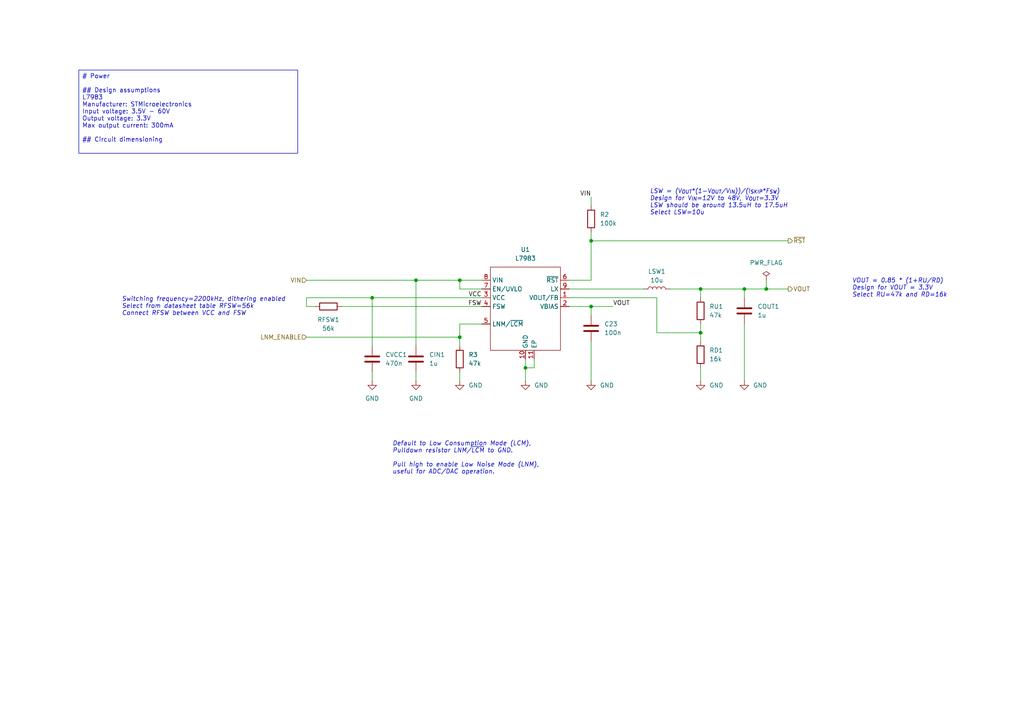
<source format=kicad_sch>
(kicad_sch (version 20231120) (generator "eeschema") (generator_version "8.0")
  (paper "A4")
  (lib_symbols
    (symbol "Device:C" (pin_numbers hide) (pin_names (offset 0.254))
      (property "Reference" "C" (at 0.635 2.54 0))
      (property "Value" "C" (at 0.635 -2.54 0))
      (symbol "C_0_1"
        (polyline (pts (xy -2.032 -0.762) (xy 2.032 -0.762)) (stroke (width 0.508)))
        (polyline (pts (xy -2.032 0.762) (xy 2.032 0.762)) (stroke (width 0.508)))
      )
      (symbol "C_1_1"
        (pin passive line (at 0 3.81 270) (length 2.794) (name "~") (number "1"))
        (pin passive line (at 0 -3.81 90) (length 2.794) (name "~") (number "2"))
      )
    )
    (symbol "Device:L" (pin_numbers hide) (pin_names (offset 1.016) hide)
      (property "Reference" "L" (at -1.27 0 90))
      (property "Value" "L" (at 1.905 0 90))
      (symbol "L_0_1"
        (arc (start 0 -2.54) (mid 0.6323 -1.905) (end 0 -1.27))
        (arc (start 0 -1.27) (mid 0.6323 -0.635) (end 0 0))
        (arc (start 0 0) (mid 0.6323 0.635) (end 0 1.27))
        (arc (start 0 1.27) (mid 0.6323 1.905) (end 0 2.54))
      )
      (symbol "L_1_1"
        (pin passive line (at 0 3.81 270) (length 1.27) (name "1") (number "1"))
        (pin passive line (at 0 -3.81 90) (length 1.27) (name "2") (number "2"))
      )
    )
    (symbol "Device:R" (pin_numbers hide) (pin_names (offset 0))
      (property "Reference" "R" (at 2.032 0 90))
      (property "Value" "R" (at 0 0 90))
      (symbol "R_0_1"
        (rectangle (start -1.016 -2.54) (end 1.016 2.54) (stroke (width 0.254)))
      )
      (symbol "R_1_1"
        (pin passive line (at 0 3.81 270) (length 1.27) (name "~") (number "1"))
        (pin passive line (at 0 -3.81 90) (length 1.27) (name "~") (number "2"))
      )
    )
    (symbol "cubesat_rp2040:L7983"
      (property "Reference" "U" (at 0 12.7 0))
      (symbol "L7983_0_0"
        (pin input line (at 12.7 2.54 180) (length 2.54) (name "VOUT/FB") (number "1"))
        (pin power_in line (at 0 -15.24 90) (length 2.54) (name "GND") (number "10"))
        (pin power_in line (at 12.7 0 180) (length 2.54) (name "VBIAS") (number "2"))
        (pin power_out line (at -12.7 2.54 0) (length 2.54) (name "VCC") (number "3"))
        (pin input line (at -12.7 0 0) (length 2.54) (name "FSW") (number "4"))
        (pin open_collector line (at 12.7 7.62 180) (length 2.54) (name "~{RST}") (number "6"))
        (pin power_in line (at -12.7 7.62 0) (length 2.54) (name "VIN") (number "8"))
        (pin power_out line (at 12.7 5.08 180) (length 2.54) (name "LX") (number "9"))
      )
      (symbol "L7983_0_1"
        (rectangle (start -10.16 11.43) (end 10.16 -12.7))
      )
      (symbol "L7983_1_0"
        (pin power_in line (at 2.54 -15.24 90) (length 2.54) (name "EP") (number "11"))
        (pin input line (at -12.7 -5.08 0) (length 2.54) (name "LNM/~{LCM}") (number "5"))
        (pin input line (at -12.7 5.08 0) (length 2.54) (name "EN/UVLO") (number "7"))
      )
    )
    (symbol "power:GND" (power) (pin_numbers hide) (pin_names (offset 0) hide)
      (property "Value" "GND" (at 0 -3.81 0))
      (symbol "GND_0_1"
        (polyline (pts (xy 0 0) (xy 0 -1.27) (xy 1.27 -1.27) (xy 0 -2.54) (xy -1.27 -1.27) (xy 0 -1.27)))
      )
      (symbol "GND_1_1"
        (pin power_in line (at 0 0 270) (length 0) (name "~") (number "1"))
      )
    )
    (symbol "power:PWR_FLAG" (power) (pin_numbers hide) (pin_names (offset 0) hide)
      (property "Value" "PWR_FLAG" (at 0 3.81 0))
      (symbol "PWR_FLAG_0_0"
        (pin power_out line (at 0 0 90) (length 0) (name "~") (number "1"))
      )
      (symbol "PWR_FLAG_0_1"
        (polyline (pts (xy 0 0) (xy 0 1.27) (xy -1.016 1.905) (xy 0 2.54) (xy 1.016 1.905) (xy 0 1.27)))
      )
    )
  )
  (junction (at 215.9 83.82))
  (junction (at 171.45 88.9))
  (junction (at 203.2 96.52))
  (junction (at 222.25 83.82))
  (junction (at 133.35 97.79))
  (junction (at 133.35 81.28))
  (junction (at 120.65 81.28))
  (junction (at 107.95 86.36))
  (junction (at 152.4 106.68))
  (junction (at 203.2 83.82))
  (junction (at 171.45 69.85))
  (wire (pts (xy 133.35 100.33) (xy 133.35 97.79)))
  (wire (pts (xy 171.45 88.9) (xy 177.8 88.9)))
  (wire (pts (xy 133.35 81.28) (xy 139.7 81.28)))
  (wire (pts (xy 203.2 106.68) (xy 203.2 110.49)))
  (wire (pts (xy 171.45 91.44) (xy 171.45 88.9)))
  (wire (pts (xy 107.95 86.36) (xy 107.95 100.33)))
  (wire (pts (xy 120.65 81.28) (xy 120.65 100.33)))
  (wire (pts (xy 107.95 86.36) (xy 139.7 86.36)))
  (wire (pts (xy 165.1 86.36) (xy 190.5 86.36)))
  (wire (pts (xy 120.65 107.95) (xy 120.65 110.49)))
  (wire (pts (xy 139.7 83.82) (xy 133.35 83.82)))
  (wire (pts (xy 203.2 99.06) (xy 203.2 96.52)))
  (wire (pts (xy 222.25 81.28) (xy 222.25 83.82)))
  (wire (pts (xy 88.9 88.9) (xy 91.44 88.9)))
  (wire (pts (xy 215.9 83.82) (xy 222.25 83.82)))
  (wire (pts (xy 154.94 106.68) (xy 152.4 106.68)))
  (wire (pts (xy 203.2 83.82) (xy 203.2 86.36)))
  (wire (pts (xy 88.9 86.36) (xy 107.95 86.36)))
  (wire (pts (xy 165.1 81.28) (xy 171.45 81.28)))
  (wire (pts (xy 171.45 69.85) (xy 171.45 81.28)))
  (wire (pts (xy 171.45 99.06) (xy 171.45 110.49)))
  (wire (pts (xy 120.65 81.28) (xy 133.35 81.28)))
  (wire (pts (xy 171.45 67.31) (xy 171.45 69.85)))
  (wire (pts (xy 133.35 93.98) (xy 139.7 93.98)))
  (wire (pts (xy 133.35 83.82) (xy 133.35 81.28)))
  (wire (pts (xy 88.9 81.28) (xy 120.65 81.28)))
  (wire (pts (xy 194.31 83.82) (xy 203.2 83.82)))
  (wire (pts (xy 228.6 69.85) (xy 171.45 69.85)))
  (wire (pts (xy 133.35 97.79) (xy 133.35 93.98)))
  (wire (pts (xy 203.2 83.82) (xy 215.9 83.82)))
  (wire (pts (xy 107.95 107.95) (xy 107.95 110.49)))
  (wire (pts (xy 152.4 106.68) (xy 152.4 110.49)))
  (wire (pts (xy 222.25 83.82) (xy 228.6 83.82)))
  (wire (pts (xy 154.94 104.14) (xy 154.94 106.68)))
  (wire (pts (xy 133.35 107.95) (xy 133.35 110.49)))
  (wire (pts (xy 139.7 88.9) (xy 99.06 88.9)))
  (wire (pts (xy 165.1 83.82) (xy 186.69 83.82)))
  (wire (pts (xy 215.9 83.82) (xy 215.9 86.36)))
  (wire (pts (xy 88.9 97.79) (xy 133.35 97.79)))
  (wire (pts (xy 203.2 96.52) (xy 203.2 93.98)))
  (wire (pts (xy 215.9 93.98) (xy 215.9 110.49)))
  (wire (pts (xy 165.1 88.9) (xy 171.45 88.9)))
  (wire (pts (xy 171.45 57.15) (xy 171.45 59.69)))
  (wire (pts (xy 88.9 88.9) (xy 88.9 86.36)))
  (wire (pts (xy 190.5 96.52) (xy 190.5 86.36)))
  (wire (pts (xy 190.5 96.52) (xy 203.2 96.52)))
  (wire (pts (xy 152.4 104.14) (xy 152.4 106.68)))
  (text_box "# Power\n\n## Design assumptions\nL7983\nManufacturer: STMicroelectronics\nInput voltage: 3.5V - 60V\nOutput voltage: 3.3V\nMax output current: 300mA\n\n## Circuit dimensioning\n\n\n\n\n\n\n\n" (exclude_from_sim yes) (at 22.86 20.32 0) (size 63.5 24.13) (effects (font (size 1.27 1.27)) (justify left top)))
  (text "Switching frequency=2200kHz, dithering enabled\nSelect from datasheet table RFSW=${8b4cc51d-f980-4fd6-b5b3-a3d6ff2a0396:VALUE}\nConnect RFSW between VCC and FSW" (at 35.306 88.9 0) (effects (font (size 1.27 1.27) (italic yes)) (justify left)))
  (text "VOUT = 0.85 * (1+RU/RD)\nDesign for VOUT = 3.3V\nSelect RU=${ac3b7b6c-0ba8-458c-b7a2-8973da524f00:VALUE} and RD=${5a5c522f-554e-45e0-81ce-7f0cdfb86b69:VALUE}" (at 247.142 83.566 0) (effects (font (size 1.27 1.27) (italic yes)) (justify left)))
  (text "Default to Low Consumption Mode (LCM),\nPulldown resistor LNM/~{LCM} to GND.\n\nPull high to enable Low Noise Mode (LNM), \nuseful for ADC/DAC operation." (at 113.792 132.842 0) (effects (font (size 1.27 1.27) (italic yes)) (justify left)))
  (text "LSW = (V_{OUT}*(1-V_{OUT}/V_{IN}))/(I_{SKIP}*F_{SW})\nDesign for V_{IN}=12V to 48V, V_{OUT}=3.3V\nLSW should be around 13.5uH to 17.5uH\nSelect LSW=${4d901b85-0fa5-4058-af92-b92026fe9135:VALUE}" (at 188.468 58.674 0) (effects (font (size 1.27 1.27) (italic yes)) (justify left)))
  (label "VIN" (at 171.45 57.15 180))
  (label "VOUT" (at 177.8 88.9 0))
  (label "VCC" (at 139.7 86.36 180))
  (label "FSW" (at 139.7 88.9 180))
  (hierarchical_label "LNM_ENABLE" (shape input) (at 88.9 97.79 180))
  (hierarchical_label "~{RST}" (shape output) (at 228.6 69.85 0))
  (hierarchical_label "VOUT" (shape output) (at 228.6 83.82 0))
  (hierarchical_label "VIN" (shape input) (at 88.9 81.28 180))
  (symbol (lib_id "power:PWR_FLAG") (at 222.25 81.28 0) (unit 1)
    (property "Reference" "#FLG03" (effects (hide yes)))
    (property "Value" "PWR_FLAG" (at 222.25 76.2 0))
    (property "Description" "Special symbol for telling ERC where power comes from" (effects (hide yes)))
  )
  (symbol (lib_id "cubesat_rp2040:L7983") (at 152.4 88.9 0) (unit 1)
    (property "Reference" "U1" (at 152.4 72.39 0))
    (property "Value" "L7983" (at 152.4 74.93 0))
    (property "Footprint" "cubesat_rp2040:DFN-10-1EP_3x3mm_P0.5mm_EP0.62x0.98mm_Offset0.15mm" (effects (hide yes)))
    (property "Datasheet" "https://www.st.com/resource/en/datasheet/l7983.pdf" (effects (hide yes)))
    (property "Description" "60 V 300 mA synchronous step-down switching regulator with 10 µA quiescent current" (effects (hide yes)))
  )
  (symbol (lib_id "power:GND") (at 171.45 110.49 0) (unit 1)
    (property "Reference" "#PWR036" (effects (hide yes)))
    (property "Value" "GND" (at 173.99 111.7599 0) (effects (justify left)))
    (property "Description" "Power symbol creates a global label with name \"GND\" , ground" (effects (hide yes)))
  )
  (symbol (lib_id "power:GND") (at 107.95 110.49 0) (unit 1)
    (property "Reference" "#PWR01" (effects (hide yes)))
    (property "Value" "GND" (at 107.95 115.57 0))
    (property "Description" "Power symbol creates a global label with name \"GND\" , ground" (effects (hide yes)))
  )
  (symbol (lib_id "Device:C") (at 171.45 95.25 0) (unit 1)
    (property "Reference" "C23" (at 175.26 93.9799 0) (effects (justify left)))
    (property "Value" "100n" (at 175.26 96.5199 0) (effects (justify left)))
    (property "Footprint" "Capacitor_SMD:C_0402_1005Metric" (effects (hide yes)))
    (property "Description" "Unpolarized capacitor" (effects (hide yes)))
  )
  (symbol (lib_id "Device:L") (at 190.5 83.82 90) (unit 1)
    (property "Reference" "LSW1" (at 190.5 78.74 90))
    (property "Value" "10u" (at 190.5 81.28 90))
    (property "Footprint" "Inductor_SMD:L_1210_3225Metric" (effects (hide yes)))
    (property "Description" "Inductor" (effects (hide yes)))
  )
  (symbol (lib_id "Device:R") (at 203.2 102.87 0) (unit 1)
    (property "Reference" "RD1" (at 205.74 101.5999 0) (effects (justify left)))
    (property "Value" "16k" (at 205.74 104.1399 0) (effects (justify left)))
    (property "Footprint" "Resistor_SMD:R_0402_1005Metric" (effects (hide yes)))
    (property "Description" "Resistor" (effects (hide yes)))
  )
  (symbol (lib_id "Device:R") (at 171.45 63.5 0) (unit 1)
    (property "Reference" "R2" (at 173.99 62.2299 0) (effects (justify left)))
    (property "Value" "100k" (at 173.99 64.7699 0) (effects (justify left)))
    (property "Footprint" "Resistor_SMD:R_0402_1005Metric" (effects (hide yes)))
    (property "Description" "Resistor" (effects (hide yes)))
  )
  (symbol (lib_id "Device:C") (at 215.9 90.17 0) (unit 1)
    (property "Reference" "COUT1" (at 219.71 88.8999 0) (effects (justify left)))
    (property "Value" "1u" (at 219.71 91.4399 0) (effects (justify left)))
    (property "Footprint" "Capacitor_SMD:C_0805_2012Metric" (effects (hide yes)))
    (property "Description" "Unpolarized capacitor" (effects (hide yes)))
  )
  (symbol (lib_id "Device:R") (at 133.35 104.14 0) (unit 1)
    (property "Reference" "R3" (at 135.89 102.8699 0) (effects (justify left)))
    (property "Value" "47k" (at 135.89 105.4099 0) (effects (justify left)))
    (property "Footprint" "Resistor_SMD:R_0402_1005Metric" (effects (hide yes)))
    (property "Description" "Resistor" (effects (hide yes)))
  )
  (symbol (lib_id "Device:R") (at 95.25 88.9 270) (unit 1)
    (property "Reference" "RFSW1" (at 95.25 92.71 90))
    (property "Value" "56k" (at 95.25 95.25 90))
    (property "Footprint" "Resistor_SMD:R_0402_1005Metric" (effects (hide yes)))
    (property "Description" "Resistor" (effects (hide yes)))
  )
  (symbol (lib_id "power:GND") (at 215.9 110.49 0) (unit 1)
    (property "Reference" "#PWR06" (effects (hide yes)))
    (property "Value" "GND" (at 218.44 111.7599 0) (effects (justify left)))
    (property "Description" "Power symbol creates a global label with name \"GND\" , ground" (effects (hide yes)))
  )
  (symbol (lib_id "Device:C") (at 107.95 104.14 0) (unit 1)
    (property "Reference" "CVCC1" (at 111.76 102.8699 0) (effects (justify left)))
    (property "Value" "470n" (at 111.76 105.4099 0) (effects (justify left)))
    (property "Footprint" "Capacitor_SMD:C_0402_1005Metric" (effects (hide yes)))
    (property "Description" "Unpolarized capacitor" (effects (hide yes)))
  )
  (symbol (lib_id "power:GND") (at 133.35 110.49 0) (unit 1)
    (property "Reference" "#PWR03" (effects (hide yes)))
    (property "Value" "GND" (at 135.89 111.7599 0) (effects (justify left)))
    (property "Description" "Power symbol creates a global label with name \"GND\" , ground" (effects (hide yes)))
  )
  (symbol (lib_id "power:GND") (at 152.4 110.49 0) (unit 1)
    (property "Reference" "#PWR04" (effects (hide yes)))
    (property "Value" "GND" (at 154.94 111.7599 0) (effects (justify left)))
    (property "Description" "Power symbol creates a global label with name \"GND\" , ground" (effects (hide yes)))
  )
  (symbol (lib_id "power:GND") (at 120.65 110.49 0) (unit 1)
    (property "Reference" "#PWR02" (effects (hide yes)))
    (property "Value" "GND" (at 120.65 115.57 0))
    (property "Description" "Power symbol creates a global label with name \"GND\" , ground" (effects (hide yes)))
  )
  (symbol (lib_id "power:GND") (at 203.2 110.49 0) (unit 1)
    (property "Reference" "#PWR05" (effects (hide yes)))
    (property "Value" "GND" (at 205.74 111.7599 0) (effects (justify left)))
    (property "Description" "Power symbol creates a global label with name \"GND\" , ground" (effects (hide yes)))
  )
  (symbol (lib_id "Device:R") (at 203.2 90.17 0) (unit 1)
    (property "Reference" "RU1" (at 205.74 88.8999 0) (effects (justify left)))
    (property "Value" "47k" (at 205.74 91.4399 0) (effects (justify left)))
    (property "Footprint" "Resistor_SMD:R_0402_1005Metric" (effects (hide yes)))
    (property "Description" "Resistor" (effects (hide yes)))
  )
  (symbol (lib_id "Device:C") (at 120.65 104.14 0) (unit 1)
    (property "Reference" "CIN1" (at 124.46 102.8699 0) (effects (justify left)))
    (property "Value" "1u" (at 124.46 105.4099 0) (effects (justify left)))
    (property "Footprint" "Capacitor_SMD:C_0805_2012Metric" (effects (hide yes)))
    (property "Description" "Unpolarized capacitor" (effects (hide yes)))
  )
)
</source>
